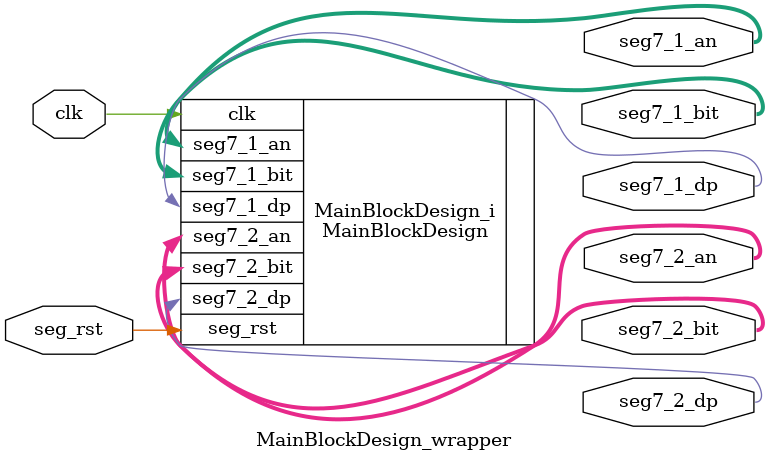
<source format=v>
`timescale 1 ps / 1 ps

module MainBlockDesign_wrapper
   (clk,
    seg7_1_an,
    seg7_1_bit,
    seg7_1_dp,
    seg7_2_an,
    seg7_2_bit,
    seg7_2_dp,
    seg_rst);
  input clk;
  output [3:0]seg7_1_an;
  output [6:0]seg7_1_bit;
  output seg7_1_dp;
  output [3:0]seg7_2_an;
  output [6:0]seg7_2_bit;
  output seg7_2_dp;
  input seg_rst;

  wire clk;
  wire [3:0]seg7_1_an;
  wire [6:0]seg7_1_bit;
  wire seg7_1_dp;
  wire [3:0]seg7_2_an;
  wire [6:0]seg7_2_bit;
  wire seg7_2_dp;
  wire seg_rst;

  MainBlockDesign MainBlockDesign_i
       (.clk(clk),
        .seg7_1_an(seg7_1_an),
        .seg7_1_bit(seg7_1_bit),
        .seg7_1_dp(seg7_1_dp),
        .seg7_2_an(seg7_2_an),
        .seg7_2_bit(seg7_2_bit),
        .seg7_2_dp(seg7_2_dp),
        .seg_rst(seg_rst));
endmodule

</source>
